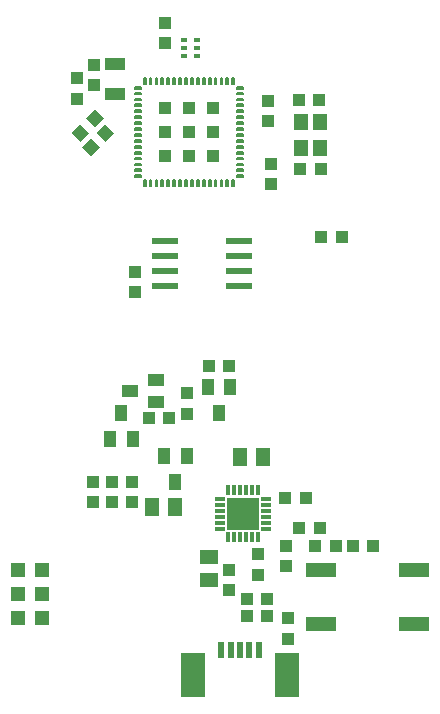
<source format=gbr>
G75*
G70*
%OFA0B0*%
%FSLAX24Y24*%
%IPPOS*%
%LPD*%
%AMOC8*
5,1,8,0,0,1.08239X$1,22.5*
%
%ADD10R,0.0394X0.0551*%
%ADD11C,0.0059*%
%ADD12R,0.0394X0.0394*%
%ADD13R,0.0413X0.0425*%
%ADD14R,0.0866X0.0236*%
%ADD15R,0.0425X0.0413*%
%ADD16R,0.0394X0.0433*%
%ADD17R,0.0433X0.0394*%
%ADD18R,0.0472X0.0472*%
%ADD19R,0.0236X0.0157*%
%ADD20R,0.0512X0.0630*%
%ADD21R,0.1000X0.0500*%
%ADD22R,0.0551X0.0394*%
%ADD23R,0.0197X0.0551*%
%ADD24R,0.0787X0.1496*%
%ADD25R,0.0120X0.0320*%
%ADD26R,0.0320X0.0120*%
%ADD27R,0.1100X0.1100*%
%ADD28R,0.0630X0.0512*%
%ADD29R,0.0709X0.0394*%
%ADD30R,0.0453X0.0551*%
D10*
X009450Y011716D03*
X009076Y012582D03*
X009824Y012582D03*
X010900Y014016D03*
X010526Y014882D03*
X011274Y014882D03*
X008024Y013166D03*
X007650Y014032D03*
X007276Y013166D03*
D11*
X008394Y021587D02*
X008394Y021805D01*
X008454Y021805D01*
X008454Y021587D01*
X008394Y021587D01*
X008394Y021645D02*
X008454Y021645D01*
X008454Y021703D02*
X008394Y021703D01*
X008394Y021761D02*
X008454Y021761D01*
X008590Y021805D02*
X008590Y021587D01*
X008590Y021805D02*
X008650Y021805D01*
X008650Y021587D01*
X008590Y021587D01*
X008590Y021645D02*
X008650Y021645D01*
X008650Y021703D02*
X008590Y021703D01*
X008590Y021761D02*
X008650Y021761D01*
X008787Y021805D02*
X008787Y021587D01*
X008787Y021805D02*
X008847Y021805D01*
X008847Y021587D01*
X008787Y021587D01*
X008787Y021645D02*
X008847Y021645D01*
X008847Y021703D02*
X008787Y021703D01*
X008787Y021761D02*
X008847Y021761D01*
X008984Y021805D02*
X008984Y021587D01*
X008984Y021805D02*
X009044Y021805D01*
X009044Y021587D01*
X008984Y021587D01*
X008984Y021645D02*
X009044Y021645D01*
X009044Y021703D02*
X008984Y021703D01*
X008984Y021761D02*
X009044Y021761D01*
X009181Y021805D02*
X009181Y021587D01*
X009181Y021805D02*
X009241Y021805D01*
X009241Y021587D01*
X009181Y021587D01*
X009181Y021645D02*
X009241Y021645D01*
X009241Y021703D02*
X009181Y021703D01*
X009181Y021761D02*
X009241Y021761D01*
X009378Y021805D02*
X009378Y021587D01*
X009378Y021805D02*
X009438Y021805D01*
X009438Y021587D01*
X009378Y021587D01*
X009378Y021645D02*
X009438Y021645D01*
X009438Y021703D02*
X009378Y021703D01*
X009378Y021761D02*
X009438Y021761D01*
X009575Y021805D02*
X009575Y021587D01*
X009575Y021805D02*
X009635Y021805D01*
X009635Y021587D01*
X009575Y021587D01*
X009575Y021645D02*
X009635Y021645D01*
X009635Y021703D02*
X009575Y021703D01*
X009575Y021761D02*
X009635Y021761D01*
X009772Y021805D02*
X009772Y021587D01*
X009772Y021805D02*
X009832Y021805D01*
X009832Y021587D01*
X009772Y021587D01*
X009772Y021645D02*
X009832Y021645D01*
X009832Y021703D02*
X009772Y021703D01*
X009772Y021761D02*
X009832Y021761D01*
X009968Y021805D02*
X009968Y021587D01*
X009968Y021805D02*
X010028Y021805D01*
X010028Y021587D01*
X009968Y021587D01*
X009968Y021645D02*
X010028Y021645D01*
X010028Y021703D02*
X009968Y021703D01*
X009968Y021761D02*
X010028Y021761D01*
X010165Y021805D02*
X010165Y021587D01*
X010165Y021805D02*
X010225Y021805D01*
X010225Y021587D01*
X010165Y021587D01*
X010165Y021645D02*
X010225Y021645D01*
X010225Y021703D02*
X010165Y021703D01*
X010165Y021761D02*
X010225Y021761D01*
X010362Y021805D02*
X010362Y021587D01*
X010362Y021805D02*
X010422Y021805D01*
X010422Y021587D01*
X010362Y021587D01*
X010362Y021645D02*
X010422Y021645D01*
X010422Y021703D02*
X010362Y021703D01*
X010362Y021761D02*
X010422Y021761D01*
X010559Y021805D02*
X010559Y021587D01*
X010559Y021805D02*
X010619Y021805D01*
X010619Y021587D01*
X010559Y021587D01*
X010559Y021645D02*
X010619Y021645D01*
X010619Y021703D02*
X010559Y021703D01*
X010559Y021761D02*
X010619Y021761D01*
X010756Y021805D02*
X010756Y021587D01*
X010756Y021805D02*
X010816Y021805D01*
X010816Y021587D01*
X010756Y021587D01*
X010756Y021645D02*
X010816Y021645D01*
X010816Y021703D02*
X010756Y021703D01*
X010756Y021761D02*
X010816Y021761D01*
X010953Y021805D02*
X010953Y021587D01*
X010953Y021805D02*
X011013Y021805D01*
X011013Y021587D01*
X010953Y021587D01*
X010953Y021645D02*
X011013Y021645D01*
X011013Y021703D02*
X010953Y021703D01*
X010953Y021761D02*
X011013Y021761D01*
X011150Y021805D02*
X011150Y021587D01*
X011150Y021805D02*
X011210Y021805D01*
X011210Y021587D01*
X011150Y021587D01*
X011150Y021645D02*
X011210Y021645D01*
X011210Y021703D02*
X011150Y021703D01*
X011150Y021761D02*
X011210Y021761D01*
X011346Y021805D02*
X011346Y021587D01*
X011346Y021805D02*
X011406Y021805D01*
X011406Y021587D01*
X011346Y021587D01*
X011346Y021645D02*
X011406Y021645D01*
X011406Y021703D02*
X011346Y021703D01*
X011346Y021761D02*
X011406Y021761D01*
X011494Y021892D02*
X011494Y021952D01*
X011712Y021952D01*
X011712Y021892D01*
X011494Y021892D01*
X011494Y021950D02*
X011712Y021950D01*
X011494Y022089D02*
X011494Y022149D01*
X011712Y022149D01*
X011712Y022089D01*
X011494Y022089D01*
X011494Y022147D02*
X011712Y022147D01*
X011494Y022286D02*
X011494Y022346D01*
X011712Y022346D01*
X011712Y022286D01*
X011494Y022286D01*
X011494Y022344D02*
X011712Y022344D01*
X011494Y022483D02*
X011494Y022543D01*
X011712Y022543D01*
X011712Y022483D01*
X011494Y022483D01*
X011494Y022541D02*
X011712Y022541D01*
X011494Y022680D02*
X011494Y022740D01*
X011712Y022740D01*
X011712Y022680D01*
X011494Y022680D01*
X011494Y022738D02*
X011712Y022738D01*
X011494Y022877D02*
X011494Y022937D01*
X011712Y022937D01*
X011712Y022877D01*
X011494Y022877D01*
X011494Y022935D02*
X011712Y022935D01*
X011494Y023073D02*
X011494Y023133D01*
X011712Y023133D01*
X011712Y023073D01*
X011494Y023073D01*
X011494Y023131D02*
X011712Y023131D01*
X011494Y023270D02*
X011494Y023330D01*
X011712Y023330D01*
X011712Y023270D01*
X011494Y023270D01*
X011494Y023328D02*
X011712Y023328D01*
X011494Y023467D02*
X011494Y023527D01*
X011712Y023527D01*
X011712Y023467D01*
X011494Y023467D01*
X011494Y023525D02*
X011712Y023525D01*
X011494Y023664D02*
X011494Y023724D01*
X011712Y023724D01*
X011712Y023664D01*
X011494Y023664D01*
X011494Y023722D02*
X011712Y023722D01*
X011494Y023861D02*
X011494Y023921D01*
X011712Y023921D01*
X011712Y023861D01*
X011494Y023861D01*
X011494Y023919D02*
X011712Y023919D01*
X011494Y024058D02*
X011494Y024118D01*
X011712Y024118D01*
X011712Y024058D01*
X011494Y024058D01*
X011494Y024116D02*
X011712Y024116D01*
X011494Y024255D02*
X011494Y024315D01*
X011712Y024315D01*
X011712Y024255D01*
X011494Y024255D01*
X011494Y024313D02*
X011712Y024313D01*
X011494Y024451D02*
X011494Y024511D01*
X011712Y024511D01*
X011712Y024451D01*
X011494Y024451D01*
X011494Y024509D02*
X011712Y024509D01*
X011494Y024648D02*
X011494Y024708D01*
X011712Y024708D01*
X011712Y024648D01*
X011494Y024648D01*
X011494Y024706D02*
X011712Y024706D01*
X011494Y024845D02*
X011494Y024905D01*
X011712Y024905D01*
X011712Y024845D01*
X011494Y024845D01*
X011494Y024903D02*
X011712Y024903D01*
X011346Y024992D02*
X011346Y025210D01*
X011406Y025210D01*
X011406Y024992D01*
X011346Y024992D01*
X011346Y025050D02*
X011406Y025050D01*
X011406Y025108D02*
X011346Y025108D01*
X011346Y025166D02*
X011406Y025166D01*
X011150Y025210D02*
X011150Y024992D01*
X011150Y025210D02*
X011210Y025210D01*
X011210Y024992D01*
X011150Y024992D01*
X011150Y025050D02*
X011210Y025050D01*
X011210Y025108D02*
X011150Y025108D01*
X011150Y025166D02*
X011210Y025166D01*
X010953Y025210D02*
X010953Y024992D01*
X010953Y025210D02*
X011013Y025210D01*
X011013Y024992D01*
X010953Y024992D01*
X010953Y025050D02*
X011013Y025050D01*
X011013Y025108D02*
X010953Y025108D01*
X010953Y025166D02*
X011013Y025166D01*
X010756Y025210D02*
X010756Y024992D01*
X010756Y025210D02*
X010816Y025210D01*
X010816Y024992D01*
X010756Y024992D01*
X010756Y025050D02*
X010816Y025050D01*
X010816Y025108D02*
X010756Y025108D01*
X010756Y025166D02*
X010816Y025166D01*
X010559Y025210D02*
X010559Y024992D01*
X010559Y025210D02*
X010619Y025210D01*
X010619Y024992D01*
X010559Y024992D01*
X010559Y025050D02*
X010619Y025050D01*
X010619Y025108D02*
X010559Y025108D01*
X010559Y025166D02*
X010619Y025166D01*
X010362Y025210D02*
X010362Y024992D01*
X010362Y025210D02*
X010422Y025210D01*
X010422Y024992D01*
X010362Y024992D01*
X010362Y025050D02*
X010422Y025050D01*
X010422Y025108D02*
X010362Y025108D01*
X010362Y025166D02*
X010422Y025166D01*
X010165Y025210D02*
X010165Y024992D01*
X010165Y025210D02*
X010225Y025210D01*
X010225Y024992D01*
X010165Y024992D01*
X010165Y025050D02*
X010225Y025050D01*
X010225Y025108D02*
X010165Y025108D01*
X010165Y025166D02*
X010225Y025166D01*
X009968Y025210D02*
X009968Y024992D01*
X009968Y025210D02*
X010028Y025210D01*
X010028Y024992D01*
X009968Y024992D01*
X009968Y025050D02*
X010028Y025050D01*
X010028Y025108D02*
X009968Y025108D01*
X009968Y025166D02*
X010028Y025166D01*
X009772Y025210D02*
X009772Y024992D01*
X009772Y025210D02*
X009832Y025210D01*
X009832Y024992D01*
X009772Y024992D01*
X009772Y025050D02*
X009832Y025050D01*
X009832Y025108D02*
X009772Y025108D01*
X009772Y025166D02*
X009832Y025166D01*
X009575Y025210D02*
X009575Y024992D01*
X009575Y025210D02*
X009635Y025210D01*
X009635Y024992D01*
X009575Y024992D01*
X009575Y025050D02*
X009635Y025050D01*
X009635Y025108D02*
X009575Y025108D01*
X009575Y025166D02*
X009635Y025166D01*
X009378Y025210D02*
X009378Y024992D01*
X009378Y025210D02*
X009438Y025210D01*
X009438Y024992D01*
X009378Y024992D01*
X009378Y025050D02*
X009438Y025050D01*
X009438Y025108D02*
X009378Y025108D01*
X009378Y025166D02*
X009438Y025166D01*
X009181Y025210D02*
X009181Y024992D01*
X009181Y025210D02*
X009241Y025210D01*
X009241Y024992D01*
X009181Y024992D01*
X009181Y025050D02*
X009241Y025050D01*
X009241Y025108D02*
X009181Y025108D01*
X009181Y025166D02*
X009241Y025166D01*
X008984Y025210D02*
X008984Y024992D01*
X008984Y025210D02*
X009044Y025210D01*
X009044Y024992D01*
X008984Y024992D01*
X008984Y025050D02*
X009044Y025050D01*
X009044Y025108D02*
X008984Y025108D01*
X008984Y025166D02*
X009044Y025166D01*
X008787Y025210D02*
X008787Y024992D01*
X008787Y025210D02*
X008847Y025210D01*
X008847Y024992D01*
X008787Y024992D01*
X008787Y025050D02*
X008847Y025050D01*
X008847Y025108D02*
X008787Y025108D01*
X008787Y025166D02*
X008847Y025166D01*
X008590Y025210D02*
X008590Y024992D01*
X008590Y025210D02*
X008650Y025210D01*
X008650Y024992D01*
X008590Y024992D01*
X008590Y025050D02*
X008650Y025050D01*
X008650Y025108D02*
X008590Y025108D01*
X008590Y025166D02*
X008650Y025166D01*
X008394Y025210D02*
X008394Y024992D01*
X008394Y025210D02*
X008454Y025210D01*
X008454Y024992D01*
X008394Y024992D01*
X008394Y025050D02*
X008454Y025050D01*
X008454Y025108D02*
X008394Y025108D01*
X008394Y025166D02*
X008454Y025166D01*
X008088Y024905D02*
X008088Y024845D01*
X008088Y024905D02*
X008306Y024905D01*
X008306Y024845D01*
X008088Y024845D01*
X008088Y024903D02*
X008306Y024903D01*
X008088Y024708D02*
X008088Y024648D01*
X008088Y024708D02*
X008306Y024708D01*
X008306Y024648D01*
X008088Y024648D01*
X008088Y024706D02*
X008306Y024706D01*
X008088Y024511D02*
X008088Y024451D01*
X008088Y024511D02*
X008306Y024511D01*
X008306Y024451D01*
X008088Y024451D01*
X008088Y024509D02*
X008306Y024509D01*
X008088Y024315D02*
X008088Y024255D01*
X008088Y024315D02*
X008306Y024315D01*
X008306Y024255D01*
X008088Y024255D01*
X008088Y024313D02*
X008306Y024313D01*
X008088Y024118D02*
X008088Y024058D01*
X008088Y024118D02*
X008306Y024118D01*
X008306Y024058D01*
X008088Y024058D01*
X008088Y024116D02*
X008306Y024116D01*
X008088Y023921D02*
X008088Y023861D01*
X008088Y023921D02*
X008306Y023921D01*
X008306Y023861D01*
X008088Y023861D01*
X008088Y023919D02*
X008306Y023919D01*
X008088Y023724D02*
X008088Y023664D01*
X008088Y023724D02*
X008306Y023724D01*
X008306Y023664D01*
X008088Y023664D01*
X008088Y023722D02*
X008306Y023722D01*
X008088Y023527D02*
X008088Y023467D01*
X008088Y023527D02*
X008306Y023527D01*
X008306Y023467D01*
X008088Y023467D01*
X008088Y023525D02*
X008306Y023525D01*
X008088Y023330D02*
X008088Y023270D01*
X008088Y023330D02*
X008306Y023330D01*
X008306Y023270D01*
X008088Y023270D01*
X008088Y023328D02*
X008306Y023328D01*
X008088Y023133D02*
X008088Y023073D01*
X008088Y023133D02*
X008306Y023133D01*
X008306Y023073D01*
X008088Y023073D01*
X008088Y023131D02*
X008306Y023131D01*
X008088Y022937D02*
X008088Y022877D01*
X008088Y022937D02*
X008306Y022937D01*
X008306Y022877D01*
X008088Y022877D01*
X008088Y022935D02*
X008306Y022935D01*
X008088Y022740D02*
X008088Y022680D01*
X008088Y022740D02*
X008306Y022740D01*
X008306Y022680D01*
X008088Y022680D01*
X008088Y022738D02*
X008306Y022738D01*
X008088Y022543D02*
X008088Y022483D01*
X008088Y022543D02*
X008306Y022543D01*
X008306Y022483D01*
X008088Y022483D01*
X008088Y022541D02*
X008306Y022541D01*
X008088Y022346D02*
X008088Y022286D01*
X008088Y022346D02*
X008306Y022346D01*
X008306Y022286D01*
X008088Y022286D01*
X008088Y022344D02*
X008306Y022344D01*
X008088Y022149D02*
X008088Y022089D01*
X008088Y022149D02*
X008306Y022149D01*
X008306Y022089D01*
X008088Y022089D01*
X008088Y022147D02*
X008306Y022147D01*
X008088Y021952D02*
X008088Y021892D01*
X008088Y021952D02*
X008306Y021952D01*
X008306Y021892D01*
X008088Y021892D01*
X008088Y021950D02*
X008306Y021950D01*
D12*
X009113Y022611D03*
X009113Y023399D03*
X009900Y023399D03*
X009900Y022611D03*
X010687Y022611D03*
X010687Y023399D03*
X010687Y024186D03*
X009900Y024186D03*
X009113Y024186D03*
D13*
G36*
X006819Y023376D02*
X007110Y023667D01*
X007409Y023368D01*
X007118Y023077D01*
X006819Y023376D01*
G37*
G36*
X006479Y023866D02*
X006770Y024157D01*
X007069Y023858D01*
X006778Y023567D01*
X006479Y023866D01*
G37*
G36*
X005991Y023379D02*
X006282Y023670D01*
X006581Y023371D01*
X006290Y023080D01*
X005991Y023379D01*
G37*
G36*
X006331Y022889D02*
X006622Y023180D01*
X006921Y022881D01*
X006630Y022590D01*
X006331Y022889D01*
G37*
X010556Y015599D03*
X011244Y015599D03*
X014306Y019899D03*
X014994Y019899D03*
X014294Y022149D03*
X013606Y022149D03*
X013556Y024449D03*
X014244Y024449D03*
X014264Y010189D03*
X013576Y010189D03*
X012514Y007829D03*
X012514Y007249D03*
X011826Y007249D03*
X011826Y007829D03*
D14*
X011574Y018249D03*
X011574Y018749D03*
X011574Y019249D03*
X011574Y019749D03*
X009093Y019749D03*
X009093Y019249D03*
X009093Y018749D03*
X009093Y018249D03*
D15*
X008100Y018054D03*
X008100Y018743D03*
X009850Y014693D03*
X009850Y014004D03*
X013150Y009613D03*
X013150Y008924D03*
X012190Y008644D03*
X012190Y009333D03*
X011230Y008813D03*
X011230Y008124D03*
X012650Y021654D03*
X012650Y022343D03*
X012550Y023754D03*
X012550Y024443D03*
X009100Y026354D03*
X009100Y027043D03*
X006740Y025643D03*
X006740Y024954D03*
X006180Y025193D03*
X006180Y024504D03*
D16*
X008565Y013849D03*
X009235Y013849D03*
X013115Y011189D03*
X013785Y011189D03*
X014115Y009599D03*
X014785Y009599D03*
X015365Y009599D03*
X016035Y009599D03*
D17*
X013200Y007183D03*
X013200Y006514D03*
X008000Y011064D03*
X007350Y011064D03*
X007350Y011733D03*
X008000Y011733D03*
X006700Y011733D03*
X006700Y011064D03*
D18*
X004187Y007199D03*
X004187Y007999D03*
X004187Y008799D03*
X005013Y008799D03*
X005013Y007999D03*
X005013Y007199D03*
D19*
X009728Y025937D03*
X009728Y026192D03*
X009728Y026448D03*
X010180Y026448D03*
X010180Y026192D03*
X010180Y025937D03*
D20*
X011596Y012559D03*
X012384Y012559D03*
X009444Y010899D03*
X008656Y010899D03*
D21*
X014285Y008785D03*
X014285Y007013D03*
X017415Y007013D03*
X017415Y008785D03*
D22*
X008787Y014391D03*
X008787Y015139D03*
X007921Y014765D03*
D23*
X010970Y006140D03*
X011285Y006140D03*
X011600Y006140D03*
X011915Y006140D03*
X012230Y006140D03*
D24*
X013175Y005313D03*
X010025Y005313D03*
D25*
X011210Y009889D03*
X011400Y009889D03*
X011600Y009889D03*
X011800Y009889D03*
X012000Y009889D03*
X012190Y009889D03*
X012190Y011448D03*
X012000Y011448D03*
X011800Y011448D03*
X011600Y011448D03*
X011400Y011448D03*
X011210Y011448D03*
D26*
X010921Y011159D03*
X010921Y010969D03*
X010921Y010769D03*
X010921Y010569D03*
X010921Y010369D03*
X010921Y010179D03*
X012479Y010179D03*
X012479Y010369D03*
X012479Y010569D03*
X012479Y010769D03*
X012479Y010969D03*
X012479Y011159D03*
D27*
X011700Y010669D03*
D28*
X010560Y009242D03*
X010560Y008455D03*
D29*
X007440Y024667D03*
X007440Y025651D03*
D30*
X013635Y023732D03*
X014265Y023732D03*
X014265Y022866D03*
X013635Y022866D03*
M02*

</source>
